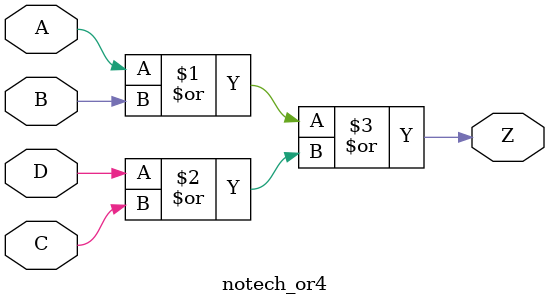
<source format=v>
module notech_or4 (A,B,C,D,Z);
input A,B,C,D;
output Z;
assign Z=(A|B)|(D|C);
endmodule

</source>
